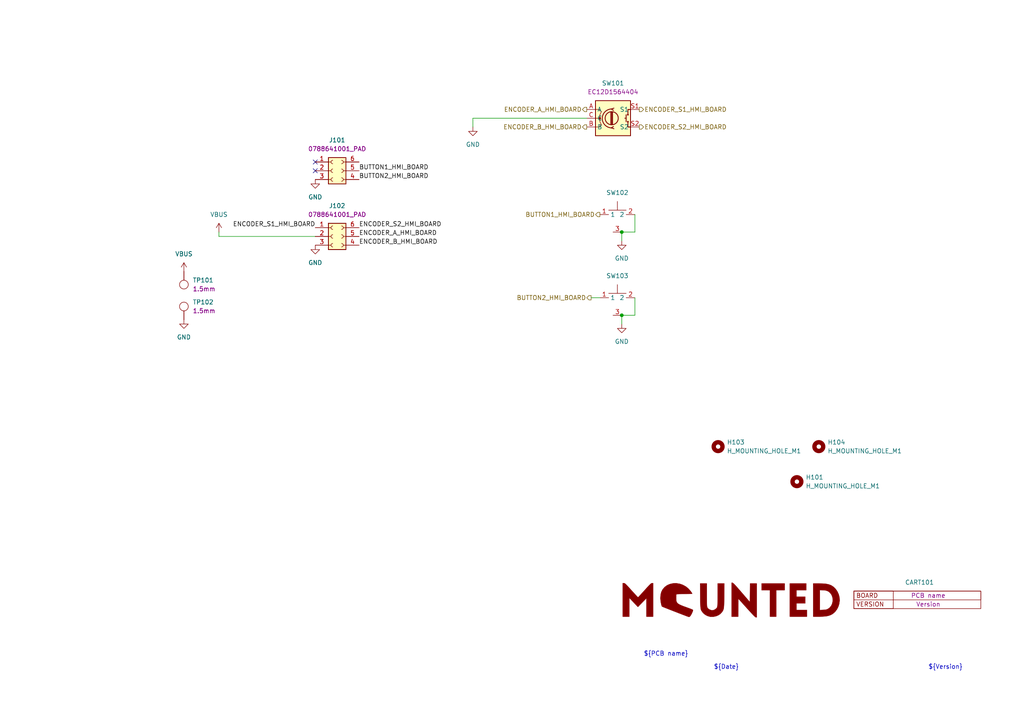
<source format=kicad_sch>
(kicad_sch (version 20230121) (generator eeschema)
  (paper "A4")
  (lib_symbols
    (symbol ".mounted-lib:Cartouche_IO" (in_bom no)
      (property "Reference" "CART?" (at -17.78 5.08 0))
      (property "BOARD" "${PCB name}" (at -5.08 2.54 0))
      (property "VERSION" "${Version}" (at -5.08 0 0))
      (symbol "Cartouche_IO_0_0"
        (rectangle (start -17.78 3.81) (end -6.35 -1.27))
        (rectangle (start -17.78 3.81) (end 19.05 -1.27))
        (rectangle (start -17.78 3.81) (end 19.05 1.27))
        (text "BOARD" (at -17.145 2.54 0) (effects (font (size 1.27 1.27)) (justify left)))
        (text "VERSION" (at -17.145 0 0) (effects (font (size 1.27 1.27)) (justify left)))
      )
    )
    (symbol ".mounted-lib:H_MOUNTING_HOLE_M1" (in_bom no)
      (property "Reference" "H?" (at 2.54 1.2701 0))
      (property "Value" "H_MOUNTING_HOLE_M1" (at 40.64 12.7 0))
      (symbol "H_MOUNTING_HOLE_M1_0_1"
        (circle (center 0 0) (radius 1.27) (stroke (width 1.27)))
      )
    )
    (symbol ".mounted-lib:J_0788641001_PAD" (in_bom no)
      (property "Reference" "J?" (at 0 7.62 0))
      (property "DisplayValue" "0788641001_PAD" (at 0 5.08 0))
      (symbol "J_0788641001_PAD_1_1"
        (rectangle (start -2.54 3.81) (end 2.54 -3.81) (stroke (width 0.254)) (fill (type background)))
        (arc (start -1.2722 0.508) (mid -1.778 0) (end -1.2722 -0.508) (stroke (width 0.1524)))
        (arc (start -1.2722 3.048) (mid -1.778 2.54) (end -1.2722 2.032) (stroke (width 0.1524)))
        (arc (start -1.27 -2.032) (mid -1.7758 -2.54) (end -1.27 -3.048) (stroke (width 0.1524)))
        (polyline (pts (xy -2.5422 0) (xy -1.7802 0)) (stroke (width 0.1524)))
        (polyline (pts (xy -2.5422 2.54) (xy -1.7802 2.54)) (stroke (width 0.1524)))
        (polyline (pts (xy -2.54 -2.54) (xy -1.778 -2.54)) (stroke (width 0.1524)))
        (polyline (pts (xy 2.54 0) (xy 1.778 0)) (stroke (width 0.1524)))
        (polyline (pts (xy 2.54 2.54) (xy 1.778 2.54)) (stroke (width 0.1524)))
        (polyline (pts (xy 2.5422 -2.54) (xy 1.7802 -2.54)) (stroke (width 0.1524)))
        (arc (start 1.27 -0.508) (mid 1.7758 0) (end 1.27 0.508) (stroke (width 0.1524)))
        (arc (start 1.27 2.032) (mid 1.7758 2.54) (end 1.27 3.048) (stroke (width 0.1524)))
        (arc (start 1.2722 -3.048) (mid 1.778 -2.54) (end 1.2722 -2.032) (stroke (width 0.1524)))
        (pin passive line (at -6.35 2.54 0) (length 3.81) (name "") (number "1"))
        (pin passive line (at -6.35 0 0) (length 3.81) (name "") (number "2"))
        (pin passive line (at -6.35 -2.54 0) (length 3.81) (name "") (number "3"))
        (pin passive line (at 6.35 -2.54 180) (length 3.81) (name "") (number "4"))
        (pin passive line (at 6.35 0 180) (length 3.81) (name "") (number "5"))
        (pin passive line (at 6.35 2.54 180) (length 3.81) (name "") (number "6"))
      )
    )
    (symbol ".mounted-lib:SW_EC12D1564404"
      (property "Reference" "SW?" (at -5.08 8.89 0))
      (property "DisplayValue" "EC12D1564404" (at -5.08 6.35 0))
      (symbol "SW_EC12D1564404_0_1"
        (rectangle (start -5.08 5.08) (end 5.08 -5.08) (stroke (width 0.254)) (fill (type background)))
        (circle (center -3.81 0) (radius 0.254) (fill (type outline)))
        (circle (center -0.381 0) (radius 1.905) (stroke (width 0.254)))
        (arc (start -0.381 2.667) (mid -3.0988 -0.0635) (end -0.381 -2.794) (stroke (width 0.254)))
        (polyline (pts (xy -0.635 -1.778) (xy -0.635 1.778)) (stroke (width 0.254)))
        (polyline (pts (xy -0.381 -1.778) (xy -0.381 1.778)) (stroke (width 0.254)))
        (polyline (pts (xy -0.127 1.778) (xy -0.127 -1.778)) (stroke (width 0.254)))
        (polyline (pts (xy 3.81 0) (xy 3.429 0)) (stroke (width 0.254)))
        (polyline (pts (xy 3.81 1.016) (xy 3.81 -1.016)) (stroke (width 0.254)))
        (polyline (pts (xy -5.08 -2.54) (xy -3.81 -2.54) (xy -3.81 -2.032)))
        (polyline (pts (xy -5.08 2.54) (xy -3.81 2.54) (xy -3.81 2.032)))
        (polyline (pts (xy 0.254 -3.048) (xy -0.508 -2.794) (xy 0.127 -2.413)) (stroke (width 0.254)))
        (polyline (pts (xy 0.254 2.921) (xy -0.508 2.667) (xy 0.127 2.286)) (stroke (width 0.254)))
        (polyline (pts (xy 5.08 -2.54) (xy 4.318 -2.54) (xy 4.318 -1.016)) (stroke (width 0.254)))
        (polyline (pts (xy 5.08 2.54) (xy 4.318 2.54) (xy 4.318 1.016)) (stroke (width 0.254)))
        (polyline (pts (xy -5.08 0) (xy -3.81 0) (xy -3.81 -1.016) (xy -3.302 -2.032)))
        (polyline (pts (xy -4.318 0) (xy -3.81 0) (xy -3.81 1.016) (xy -3.302 2.032)))
        (circle (center 4.318 -1.016) (radius 0.127) (stroke (width 0.254)))
        (circle (center 4.318 1.016) (radius 0.127) (stroke (width 0.254)))
      )
      (symbol "SW_EC12D1564404_1_1"
        (pin passive line (at -7.62 2.54 0) (length 2.54) (name "A") (number "A"))
        (pin passive line (at -7.62 -2.54 0) (length 2.54) (name "B") (number "B"))
        (pin passive line (at -7.62 0 0) (length 2.54) (name "C") (number "C"))
        (pin passive line (at 7.62 2.54 180) (length 2.54) (name "S1") (number "S1"))
        (pin passive line (at 7.62 -2.54 180) (length 2.54) (name "S2") (number "S2"))
      )
    )
    (symbol ".mounted-lib:SW_SKRTLAE010"
      (property "Reference" "SW?" (at -2.54 3.81 0))
      (symbol "SW_SKRTLAE010_0_1"
        (polyline (pts (xy 0 2.54) (xy 0 0) (xy 2.54 0) (xy -2.54 0)))
      )
      (symbol "SW_SKRTLAE010_1_1"
        (pin input line (at -5.08 -1.27 0) (length 2.54) (name "1") (number "1"))
        (pin output line (at 5.08 -1.27 180) (length 2.54) (name "2") (number "2"))
        (pin passive line (at 1.27 -6.35 180) (length 2.54) (name "") (number "3"))
      )
    )
    (symbol ".mounted-lib:TESTPOINT_1.5MM" (in_bom no)
      (property "Reference" "TP" (at 0 2.54 0))
      (property "DisplayValue" "1.5mm" (at 0 -2.54 0))
      (symbol "TESTPOINT_1.5MM_0_1"
        (circle (center 0 0) (radius 1.27))
      )
      (symbol "TESTPOINT_1.5MM_1_1"
        (pin passive line (at 3.81 0 180) (length 2.54) (name "~") (number "1"))
      )
    )
    (symbol ".mounted-lib:mounted_logo" (pin_names (offset 1.016))
      (symbol "mounted_logo_0_0"
        (polyline (pts (xy 13.0541 -1.012) (xy 13.0541 2.8335) (xy 14.2685 2.8335) (xy 15.4828 2.8335) (xy 15.4828 3.7948) (xy 15.4828 4.7562) (xy 12.1434 4.7562) (xy 8.8039 4.7562) (xy 8.8039 3.7948) (xy 8.8039 2.8335) (xy 10.0183 2.8335) (xy 11.2326 2.8335) (xy 11.2326 -1.012) (xy 11.2326 -4.8574) (xy 12.1434 -4.8574) (xy 13.0541 -4.8574) (xy 13.0541 -1.012)) (stroke (width 0.01)) (fill (type outline)))
        (polyline (pts (xy 21.9593 -3.896) (xy 21.9593 -2.9347) (xy 20.4414 -2.9347) (xy 18.9235 -2.9347) (xy 18.9235 -1.9733) (xy 18.9235 -1.012) (xy 20.1884 -1.012) (xy 21.4533 -1.012) (xy 21.4533 -0.0506) (xy 21.4533 0.9107) (xy 20.1884 0.9107) (xy 18.9235 0.9107) (xy 18.9235 1.8721) (xy 18.9235 2.8335) (xy 20.3402 2.8335) (xy 21.7569 2.8335) (xy 21.7569 3.7948) (xy 21.7569 4.7562) (xy 19.3788 4.7562) (xy 17.0008 4.7562) (xy 17.0008 -0.0506) (xy 17.0008 -4.8574) (xy 19.48 -4.8574) (xy 21.9593 -4.8574) (xy 21.9593 -3.896)) (stroke (width 0.01)) (fill (type outline)))
        (polyline (pts (xy 7.3872 -0.1518) (xy 7.3872 4.7562) (xy 6.4275 4.7562) (xy 5.4678 4.7562) (xy 5.4409 2.0564) (xy 5.4139 -0.6433) (xy 3.0016 2.1576) (xy 2.3562 2.9042) (xy 1.8128 3.5255) (xy 1.3749 4.0164) (xy 1.0304 4.3895) (xy 0.7673 4.6575) (xy 0.5734 4.8332) (xy 0.4367 4.9293) (xy 0.3452 4.9585) (xy 0.1012 4.9585) (xy 0.1012 0.0506) (xy 0.1012 -4.8574) (xy 1.0608 -4.8574) (xy 2.0205 -4.8574) (xy 2.0475 -2.2586) (xy 2.0745 0.3401) (xy 4.5011 -2.3598) (xy 4.7 -2.5808) (xy 5.3538 -3.3024) (xy 5.8892 -3.8837) (xy 6.3167 -4.3354) (xy 6.6469 -4.6683) (xy 6.8901 -4.8929) (xy 7.0568 -5.0198) (xy 7.1575 -5.0598) (xy 7.3872 -5.0598) (xy 7.3872 -0.1518)) (stroke (width 0.01)) (fill (type outline)))
        (polyline (pts (xy -29.5449 -2.1504) (xy -29.5409 0.5566) (xy -28.3053 -0.7424) (xy -27.0698 -2.0414) (xy -25.8301 -0.7769) (xy -24.5905 0.4877) (xy -24.5905 -2.1848) (xy -24.5905 -4.8574) (xy -23.6291 -4.8574) (xy -22.6678 -4.8574) (xy -22.6678 0) (xy -22.6678 4.8574) (xy -22.9639 4.8574) (xy -23.0357 4.8497) (xy -23.152 4.8043) (xy -23.2999 4.7038) (xy -23.4963 4.5321) (xy -23.7582 4.2729) (xy -24.1025 3.9099) (xy -24.5462 3.4271) (xy -25.1062 2.8082) (xy -25.1312 2.7804) (xy -25.6173 2.2426) (xy -26.059 1.757) (xy -26.4383 1.3434) (xy -26.7368 1.0213) (xy -26.9366 0.8106) (xy -27.0195 0.7308) (xy -27.0218 0.7308) (xy -27.1159 0.8089) (xy -27.3249 1.0176) (xy -27.6307 1.3378) (xy -28.0155 1.7506) (xy -28.4613 2.237) (xy -28.9503 2.7779) (xy -29.0633 2.9036) (xy -29.5971 3.4952) (xy -30.0179 3.9544) (xy -30.3429 4.2978) (xy -30.5897 4.5419) (xy -30.7757 4.7032) (xy -30.9183 4.7982) (xy -31.0349 4.8433) (xy -31.1429 4.8552) (xy -31.4717 4.8574) (xy -31.4717 0) (xy -31.4717 -4.8574) (xy -30.5104 -4.8574) (xy -29.549 -4.8574) (xy -29.5449 -2.1504)) (stroke (width 0.01)) (fill (type outline)))
        (polyline (pts (xy 25.4253 -4.8556) (xy 25.6404 -4.8547) (xy 26.5575 -4.83) (xy 27.3171 -4.7676) (xy 27.9546 -4.662) (xy 28.505 -4.5079) (xy 29.0036 -4.2997) (xy 29.5084 -3.9977) (xy 30.1403 -3.435) (xy 30.6643 -2.7409) (xy 31.0657 -1.9468) (xy 31.3296 -1.0838) (xy 31.4411 -0.1834) (xy 31.3855 0.7233) (xy 31.3804 0.7543) (xy 31.1515 1.6264) (xy 30.7776 2.4404) (xy 30.2822 3.162) (xy 29.6889 3.7567) (xy 29.0211 4.19) (xy 28.8905 4.2515) (xy 28.3813 4.4468) (xy 27.8162 4.589) (xy 27.1592 4.6839) (xy 26.3743 4.7372) (xy 25.4253 4.7544) (xy 23.7808 4.7562) (xy 23.7808 -0.0506) (xy 23.7808 -2.9588) (xy 25.7035 -2.9588) (xy 25.7035 -0.0506) (xy 25.7035 2.8576) (xy 26.6396 2.8137) (xy 26.8905 2.7983) (xy 27.5042 2.7136) (xy 27.9891 2.5521) (xy 28.3954 2.2928) (xy 28.7736 1.9144) (xy 29.1102 1.4237) (xy 29.364 0.7385) (xy 29.4478 -0.0506) (xy 29.4393 -0.2952) (xy 29.3007 -1.042) (xy 29.0038 -1.702) (xy 28.5635 -2.248) (xy 27.9949 -2.6533) (xy 27.9266 -2.6869) (xy 27.6052 -2.8006) (xy 27.195 -2.8729) (xy 26.6396 -2.9149) (xy 25.7035 -2.9588) (xy 23.7808 -2.9588) (xy 23.7808 -4.8574) (xy 25.4253 -4.8556)) (stroke (width 0.01)) (fill (type outline)))
        (polyline (pts (xy -4.4754 -4.7478) (xy -3.7692 -4.467) (xy -3.1608 -4.0647) (xy -2.6916 -3.5562) (xy -2.613 -3.4418) (xy -2.4727 -3.2245) (xy -2.3593 -3.0132) (xy -2.2696 -2.7847) (xy -2.2006 -2.5159) (xy -2.149 -2.1837) (xy -2.1119 -1.7649) (xy -2.086 -1.2363) (xy -2.0683 -0.5748) (xy -2.0556 0.2428) (xy -2.0449 1.2396) (xy -2.0099 4.7562) (xy -2.9783 4.7562) (xy -3.9467 4.7562) (xy -3.9468 1.442) (xy -3.9473 0.7789) (xy -3.95 -0.014) (xy -3.956 -0.6426) (xy -3.9665 -1.1295) (xy -3.9826 -1.4973) (xy -4.0053 -1.7684) (xy -4.0357 -1.9652) (xy -4.0748 -2.1104) (xy -4.1239 -2.2263) (xy -4.3189 -2.4863) (xy -4.677 -2.7631) (xy -5.0995 -2.9601) (xy -5.5113 -3.0336) (xy -5.7577 -3.0059) (xy -6.2007 -2.8542) (xy -6.601 -2.6075) (xy -6.8788 -2.3081) (xy -6.9051 -2.2636) (xy -6.9556 -2.1601) (xy -6.9955 -2.0331) (xy -7.0261 -1.8603) (xy -7.0487 -1.6193) (xy -7.0643 -1.2877) (xy -7.0744 -0.8433) (xy -7.0801 -0.2635) (xy -7.0827 0.474) (xy -7.0833 1.3914) (xy -7.0837 4.7562) (xy -8.051 4.7562) (xy -9.0182 4.7562) (xy -8.983 1.189) (xy -8.9744 0.3875) (xy -8.9633 -0.4295) (xy -8.9503 -1.0843) (xy -8.9342 -1.5993) (xy -8.914 -1.9967) (xy -8.8883 -2.2985) (xy -8.8561 -2.5271) (xy -8.8161 -2.7046) (xy -8.7671 -2.8532) (xy -8.6157 -3.18) (xy -8.1881 -3.771) (xy -7.62 -4.2662) (xy -6.948 -4.6372) (xy -6.2083 -4.8553) (xy -6.0147 -4.8833) (xy -5.2378 -4.8917) (xy -4.4754 -4.7478)) (stroke (width 0.01)) (fill (type outline)))
        (polyline (pts (xy -12.033 -4.8536) (xy -11.8228 -4.6062) (xy -11.5946 -4.2448) (xy -11.3715 -3.8054) (xy -11.1767 -3.3242) (xy -11.1344 -3.2018) (xy -11.0898 -3.0068) (xy -11.143 -2.8972) (xy -11.3132 -2.7992) (xy -11.4369 -2.7453) (xy -11.7403 -2.6255) (xy -12.1683 -2.4635) (xy -12.6832 -2.2735) (xy -13.2473 -2.0698) (xy -13.685 -1.9116) (xy -14.3947 -1.6403) (xy -14.9424 -1.397) (xy -15.3488 -1.1615) (xy -15.6346 -0.9134) (xy -15.8208 -0.6324) (xy -15.928 -0.2982) (xy -15.9771 0.1096) (xy -15.9889 0.6113) (xy -15.9885 0.757) (xy -15.9792 1.1798) (xy -15.9532 1.4468) (xy -15.9049 1.5943) (xy -15.8288 1.6589) (xy -15.8013 1.6651) (xy -15.5957 1.6827) (xy -15.2307 1.6979) (xy -14.7385 1.7098) (xy -14.1513 1.7175) (xy -13.5013 1.7203) (xy -13.2539 1.7207) (xy -12.6407 1.7258) (xy -12.1129 1.736) (xy -11.6996 1.7502) (xy -11.4302 1.7676) (xy -11.3339 1.7873) (xy -11.3479 1.8507) (xy -11.4667 2.0761) (xy -11.6796 2.3844) (xy -11.9541 2.7332) (xy -12.2575 3.08) (xy -12.5574 3.3822) (xy -13.1861 3.8791) (xy -14.0562 4.357) (xy -14.9946 4.6741) (xy -15.9634 4.818) (xy -16.9248 4.7769) (xy -16.9567 4.7722) (xy -17.8565 4.5627) (xy -18.6212 4.2205) (xy -19.2773 3.7338) (xy -19.3987 3.6179) (xy -19.9135 2.9955) (xy -20.2685 2.2952) (xy -20.4741 1.4909) (xy -20.5407 0.5566) (xy -20.5381 0.4182) (xy -20.5054 -0.0257) (xy -20.4425 -0.5134) (xy -20.3587 -0.9959) (xy -20.2631 -1.4239) (xy -20.1651 -1.7483) (xy -20.0739 -1.9202) (xy -20.0687 -1.9236) (xy -19.9337 -1.9838) (xy -19.6386 -2.1053) (xy -19.2081 -2.2785) (xy -18.6668 -2.4936) (xy -18.0396 -2.7412) (xy -17.351 -3.0114) (xy -16.6258 -3.2948) (xy -15.8887 -3.5816) (xy -15.1644 -3.8623) (xy -14.4776 -4.1272) (xy -13.8529 -4.3666) (xy -13.3151 -4.571) (xy -12.8888 -4.7307) (xy -12.5988 -4.8361) (xy -12.5944 -4.8376) (xy -12.3603 -4.9142) (xy -12.2194 -4.9506) (xy -12.202 -4.9508) (xy -12.033 -4.8536)) (stroke (width 0.01)) (fill (type outline)))
      )
    )
    (symbol "power:GND" (power) (pin_names (offset 0))
      (property "Value" "GND" (at 0 -3.81 0))
      (symbol "GND_0_1"
        (polyline (pts (xy 0 0) (xy 0 -1.27) (xy 1.27 -1.27) (xy 0 -2.54) (xy -1.27 -1.27) (xy 0 -1.27)))
      )
      (symbol "GND_1_1"
        (pin power_in line (at 0 0 270) (length 0) hide (name "GND") (number "1"))
      )
    )
    (symbol "power:VBUS" (power) (pin_names (offset 0))
      (property "Value" "VBUS" (at 0 3.81 0))
      (symbol "VBUS_0_1"
        (polyline (pts (xy -0.762 1.27) (xy 0 2.54)))
        (polyline (pts (xy 0 0) (xy 0 2.54)))
        (polyline (pts (xy 0 2.54) (xy 0.762 1.27)))
      )
      (symbol "VBUS_1_1"
        (pin power_in line (at 0 0 90) (length 0) hide (name "VBUS") (number "1"))
      )
    )
  )
  (junction (at 180.34 67.31))
  (junction (at 180.34 91.44))
  (no_connect (at 91.44 49.53))
  (no_connect (at 91.44 46.99))
  (wire (pts (xy 137.16 34.29) (xy 137.16 36.83)))
  (wire (pts (xy 180.34 93.98) (xy 180.34 91.44)))
  (wire (pts (xy 63.5 67.31) (xy 63.5 68.58)))
  (wire (pts (xy 171.45 86.36) (xy 173.99 86.36)))
  (wire (pts (xy 63.5 68.58) (xy 91.44 68.58)))
  (wire (pts (xy 180.34 67.31) (xy 184.15 67.31)))
  (wire (pts (xy 184.15 91.44) (xy 184.15 86.36)))
  (wire (pts (xy 184.15 67.31) (xy 184.15 62.23)))
  (wire (pts (xy 180.34 91.44) (xy 184.15 91.44)))
  (wire (pts (xy 180.34 67.31) (xy 180.34 69.85)))
  (wire (pts (xy 137.16 34.29) (xy 170.18 34.29)))
  (text "${PCB name}" (at 186.69 190.5 0) (effects (font (size 1.27 1.27)) (justify left bottom)))
  (text "${Date}" (at 207.01 194.31 0) (effects (font (size 1.27 1.27)) (justify left bottom)))
  (text "${Version}" (at 269.24 194.31 0) (effects (font (size 1.27 1.27)) (justify left bottom)))
  (label "ENCODER_A_HMI_BOARD" (at 104.14 68.58 0))
  (label "ENCODER_S1_HMI_BOARD" (at 91.44 66.04 180))
  (label "BUTTON1_HMI_BOARD" (at 104.14 49.53 0))
  (label "ENCODER_S2_HMI_BOARD" (at 104.14 66.04 0))
  (label "ENCODER_B_HMI_BOARD" (at 104.14 71.12 0))
  (label "BUTTON2_HMI_BOARD" (at 104.14 52.07 0))
  (hierarchical_label "BUTTON2_HMI_BOARD" (shape output) (at 171.45 86.36 180))
  (hierarchical_label "ENCODER_S2_HMI_BOARD" (shape output) (at 185.42 36.83 0))
  (hierarchical_label "ENCODER_B_HMI_BOARD" (shape output) (at 170.18 36.83 180))
  (hierarchical_label "BUTTON1_HMI_BOARD" (shape output) (at 173.99 62.23 180))
  (hierarchical_label "ENCODER_S1_HMI_BOARD" (shape output) (at 185.42 31.75 0))
  (hierarchical_label "ENCODER_A_HMI_BOARD" (shape output) (at 170.18 31.75 180))
  (symbol (lib_id ".mounted-lib:J_0788641001_PAD") (at 97.79 68.58 0) (unit 1) (in_bom no)
    (property "Reference" "J102" (at 97.79 59.69 0))
    (property "Value" "J_0788641001_PAD" (effects hide))
    (property "Footprint" ".mounted-lib:J_788641001_PAD" (effects hide))
    (property "Datasheet" "https://www.molex.com/en-us/products/part-detail/0788641001" (effects hide))
    (property "Manufacturer" "MOLEX" (effects hide))
    (property "MPN" "0788641001" (effects hide))
    (property "DisplayValue" "0788641001_PAD" (at 97.79 62.23 0))
    (property "CMP_ID" "1090" (effects hide))
    (property "Category" "CONNECTOR" (effects hide))
    (property "Family" "SPRING CONNECTOR" (effects hide))
    (property "_Created" "JCN 2023-11-22" (effects hide))
    (property "Mount" "SMD" (effects hide))
    (property "Package" "6 POS" (effects hide))
    (property "TempMin_C" "-40°C" (effects hide))
    (property "TempMax_C" "85°C" (effects hide))
    (property "Automotive" "N" (effects hide))
    (property "MaxHeight_mm" "2mm" (effects hide))
  )
  (symbol (lib_id "power:GND") (at 53.34 92.71 0) (unit 1)
    (property "Reference" "#PWR0108" (effects hide))
    (property "Value" "GND" (at 53.34 97.79 0))
  )
  (symbol (lib_id ".mounted-lib:H_MOUNTING_HOLE_M1") (at 231.14 139.7 0) (unit 1) (in_bom no)
    (property "Reference" "H101" (at 233.68 138.43 0) (effects (justify left)))
    (property "Value" "H_MOUNTING_HOLE_M1" (at 233.68 140.97 0) (effects (justify left)))
    (property "Footprint" ".mounted-lib:MountingHole_1.2mm_M1" (effects hide))
    (property "Datasheet" "http://127.0.0.1" (effects hide))
    (property "DisplayValue" "Screw" (effects hide))
    (property "Category" "MECHANICAL" (effects hide))
    (property "Family" "Hole" (effects hide))
    (property "_Created" "GCE 2022-06-15" (effects hide))
    (property "Mount" "PCB" (effects hide))
    (property "Package" "1.2mm HOLE" (effects hide))
    (property "Automotive" "N" (effects hide))
    (property "MaxHeight_mm" "0mm" (effects hide))
  )
  (symbol (lib_id ".mounted-lib:mounted_logo") (at 212.09 173.99 0) (unit 1)
    (property "Reference" "LOGO101" (effects hide))
    (property "Value" "mounted_logo" (effects hide))
    (property "Footprint" ".mounted-lib:mounted_logo" (effects hide))
  )
  (symbol (lib_id ".mounted-lib:J_0788641001_PAD") (at 97.79 49.53 0) (unit 1) (in_bom no)
    (property "Reference" "J101" (at 97.79 40.64 0))
    (property "Value" "J_0788641001_PAD" (effects hide))
    (property "Footprint" ".mounted-lib:J_788641001_PAD" (effects hide))
    (property "Datasheet" "https://www.molex.com/en-us/products/part-detail/0788641001" (effects hide))
    (property "Manufacturer" "MOLEX" (effects hide))
    (property "MPN" "0788641001" (effects hide))
    (property "DisplayValue" "0788641001_PAD" (at 97.79 43.18 0))
    (property "CMP_ID" "1090" (effects hide))
    (property "Category" "CONNECTOR" (effects hide))
    (property "Family" "SPRING CONNECTOR" (effects hide))
    (property "_Created" "JCN 2023-11-22" (effects hide))
    (property "Mount" "SMD" (effects hide))
    (property "Package" "6 POS" (effects hide))
    (property "TempMin_C" "-40°C" (effects hide))
    (property "TempMax_C" "85°C" (effects hide))
    (property "Automotive" "N" (effects hide))
    (property "MaxHeight_mm" "2mm" (effects hide))
  )
  (symbol (lib_id "power:GND") (at 180.34 69.85 0) (unit 1)
    (property "Reference" "#PWR0104" (effects hide))
    (property "Value" "GND" (at 180.34 74.93 0))
  )
  (symbol (lib_id "power:GND") (at 180.34 93.98 0) (unit 1)
    (property "Reference" "#PWR0105" (effects hide))
    (property "Value" "GND" (at 180.34 99.06 0))
  )
  (symbol (lib_id ".mounted-lib:SW_SKRTLAE010") (at 179.07 60.96 0) (unit 1)
    (property "Reference" "SW102" (at 179.07 55.88 0))
    (property "Value" "SW_SKRTLAE010" (effects hide))
    (property "Footprint" ".mounted-lib:SW_SKRTLAE010" (effects hide))
    (property "Datasheet" "https://datasheet.lcsc.com/lcsc/1809191932_ALPSALPINE-SKRTLAE010_C110293.pdf" (effects hide))
    (property "Manufacturer" "ALPS ALPINE" (effects hide))
    (property "MPN" "SKRTLAE010" (effects hide))
    (property "DisplayValue" "SKRTLAE010" (effects hide))
    (property "CMP_ID" "1084" (effects hide))
    (property "Category" "ELECTROMECHANICAL" (effects hide))
    (property "Family" "TACTILE SWITCH" (effects hide))
    (property "_Created" "JCN 2023-11-16" (effects hide))
    (property "Mount" "SMD" (effects hide))
    (property "Package" "RIGHT ANGLE" (effects hide))
    (property "PartStatus" "L3360" (effects hide))
    (property "TempMin_C" "-30°C" (effects hide))
    (property "TempMax_C" "85°C" (effects hide))
    (property "Automotive" "N" (effects hide))
    (property "MaxHeight_mm" "3.3mm" (effects hide))
  )
  (symbol (lib_id ".mounted-lib:H_MOUNTING_HOLE_M1") (at 237.49 129.54 0) (unit 1) (in_bom no)
    (property "Reference" "H104" (at 240.03 128.27 0) (effects (justify left)))
    (property "Value" "H_MOUNTING_HOLE_M1" (at 240.03 130.81 0) (effects (justify left)))
    (property "Footprint" ".mounted-lib:MountingHole_1.2mm_M1" (effects hide))
    (property "Datasheet" "http://127.0.0.1" (effects hide))
    (property "DisplayValue" "Screw" (effects hide))
    (property "Category" "MECHANICAL" (effects hide))
    (property "Family" "Hole" (effects hide))
    (property "_Created" "GCE 2022-06-15" (effects hide))
    (property "Mount" "PCB" (effects hide))
    (property "Package" "1.2mm HOLE" (effects hide))
    (property "Automotive" "N" (effects hide))
    (property "MaxHeight_mm" "0mm" (effects hide))
  )
  (symbol (lib_id "power:GND") (at 91.44 71.12 0) (unit 1)
    (property "Reference" "#PWR0106" (effects hide))
    (property "Value" "GND" (at 91.44 76.2 0))
  )
  (symbol (lib_id ".mounted-lib:SW_EC12D1564404") (at 177.8 34.29 0) (unit 1)
    (property "Reference" "SW101" (at 177.8 24.13 0))
    (property "Value" "SW_EC12D1564404" (effects hide))
    (property "Footprint" ".mounted-lib:SW_EC12D1564404" (effects hide))
    (property "Datasheet" "https://tech.alpsalpine.com/e/products/detail/EC12D1564404/" (effects hide))
    (property "Manufacturer" "ALPS ALPINE" (effects hide))
    (property "MPN" "EC12D1564404" (effects hide))
    (property "DisplayValue" "EC12D1564404" (at 177.8 26.67 0))
    (property "CMP_ID" "1081" (effects hide))
    (property "Category" "ELECTROMECHANICAL" (effects hide))
    (property "Family" "ROTARY ENCODER" (effects hide))
    (property "_Created" "JCN 2023-11-15" (effects hide))
    (property "_Checked" "TT 2022-05-23" (effects hide))
    (property "Mount" "SMD" (effects hide))
    (property "TempMin_C" "-40°C" (effects hide))
    (property "TempMax_C" "85°C" (effects hide))
    (property "Automotive" "N" (effects hide))
    (property "MaxHeight_mm" "17.5mm" (effects hide))
  )
  (symbol (lib_id ".mounted-lib:H_MOUNTING_HOLE_M1") (at 208.28 129.54 0) (unit 1) (in_bom no)
    (property "Reference" "H103" (at 210.82 128.27 0) (effects (justify left)))
    (property "Value" "H_MOUNTING_HOLE_M1" (at 210.82 130.81 0) (effects (justify left)))
    (property "Footprint" ".mounted-lib:MountingHole_1.2mm_M1" (effects hide))
    (property "Datasheet" "http://127.0.0.1" (effects hide))
    (property "DisplayValue" "Screw" (effects hide))
    (property "Category" "MECHANICAL" (effects hide))
    (property "Family" "Hole" (effects hide))
    (property "_Created" "GCE 2022-06-15" (effects hide))
    (property "Mount" "PCB" (effects hide))
    (property "Package" "1.2mm HOLE" (effects hide))
    (property "Automotive" "N" (effects hide))
    (property "MaxHeight_mm" "0mm" (effects hide))
  )
  (symbol (lib_id ".mounted-lib:TESTPOINT_1.5MM") (at 53.34 88.9 270) (unit 1) (in_bom no)
    (property "Reference" "TP102" (at 55.88 87.63 90) (effects (justify left)))
    (property "Value" "TESTPOINT_1.5MM" (effects hide))
    (property "Footprint" ".mounted-lib:TESTPOINT_1.5MM" (effects hide))
    (property "Datasheet" "http://127.0.0.1" (effects hide))
    (property "DisplayValue" "1.5mm" (at 55.88 90.17 90) (effects (justify left)))
    (property "_Created" "JCN 2022-08-04" (effects hide))
    (property "Category" "TEST POINT" (effects hide))
    (property "Family" "Exposed copper" (effects hide))
  )
  (symbol (lib_id ".mounted-lib:TESTPOINT_1.5MM") (at 53.34 82.55 90) (unit 1) (in_bom no)
    (property "Reference" "TP101" (at 55.88 81.28 90) (effects (justify right)))
    (property "Value" "TESTPOINT_1.5MM" (effects hide))
    (property "Footprint" ".mounted-lib:TESTPOINT_1.5MM" (effects hide))
    (property "Datasheet" "http://127.0.0.1" (effects hide))
    (property "DisplayValue" "1.5mm" (at 55.88 83.82 90) (effects (justify right)))
    (property "_Created" "JCN 2022-08-04" (effects hide))
    (property "Category" "TEST POINT" (effects hide))
    (property "Family" "Exposed copper" (effects hide))
  )
  (symbol (lib_id ".mounted-lib:SW_SKRTLAE010") (at 179.07 85.09 0) (unit 1)
    (property "Reference" "SW103" (at 179.07 80.01 0))
    (property "Value" "SW_SKRTLAE010" (effects hide))
    (property "Footprint" ".mounted-lib:SW_SKRTLAE010" (effects hide))
    (property "Datasheet" "https://datasheet.lcsc.com/lcsc/1809191932_ALPSALPINE-SKRTLAE010_C110293.pdf" (effects hide))
    (property "Manufacturer" "ALPS ALPINE" (effects hide))
    (property "MPN" "SKRTLAE010" (effects hide))
    (property "DisplayValue" "SKRTLAE010" (effects hide))
    (property "CMP_ID" "1084" (effects hide))
    (property "Category" "ELECTROMECHANICAL" (effects hide))
    (property "Family" "TACTILE SWITCH" (effects hide))
    (property "_Created" "JCN 2023-11-16" (effects hide))
    (property "Mount" "SMD" (effects hide))
    (property "Package" "RIGHT ANGLE" (effects hide))
    (property "PartStatus" "L3360" (effects hide))
    (property "TempMin_C" "-30°C" (effects hide))
    (property "TempMax_C" "85°C" (effects hide))
    (property "Automotive" "N" (effects hide))
    (property "MaxHeight_mm" "3.3mm" (effects hide))
  )
  (symbol (lib_id "power:GND") (at 137.16 36.83 0) (unit 1)
    (property "Reference" "#PWR0103" (effects hide))
    (property "Value" "GND" (at 137.16 41.91 0))
  )
  (symbol (lib_id "power:GND") (at 91.44 52.07 0) (unit 1)
    (property "Reference" "#PWR0102" (effects hide))
    (property "Value" "GND" (at 91.44 57.15 0))
  )
  (symbol (lib_id "power:VBUS") (at 53.34 78.74 0) (unit 1)
    (property "Reference" "#PWR0107" (effects hide))
    (property "Value" "VBUS" (at 53.34 73.66 0))
  )
  (symbol (lib_id ".mounted-lib:Cartouche_IO") (at 265.43 175.26 0) (unit 1) (in_bom no)
    (property "Reference" "CART101" (at 266.7 168.91 0))
    (property "Value" "Cartouche_IO" (effects hide))
    (property "Footprint" ".mounted-lib:Cartouche_IO" (effects hide))
    (property "Datasheet" "http://127.0.0.1" (effects hide))
    (property "BOARD" "${PCB name}" (at 269.24 172.72 0))
    (property "VERSION" "${Version}" (at 269.24 175.26 0))
    (property "CMP_ID" "229" (effects hide))
    (property "_Created" "JCN 2022-08-04" (effects hide))
    (property "Automotive" "N" (effects hide))
    (property "Category" "CARTOUCHE" (effects hide))
    (property "Family" "IO" (effects hide))
  )
  (symbol (lib_id "power:VBUS") (at 63.5 67.31 0) (unit 1)
    (property "Reference" "#PWR0101" (effects hide))
    (property "Value" "VBUS" (at 63.5 62.23 0))
  )
)
</source>
